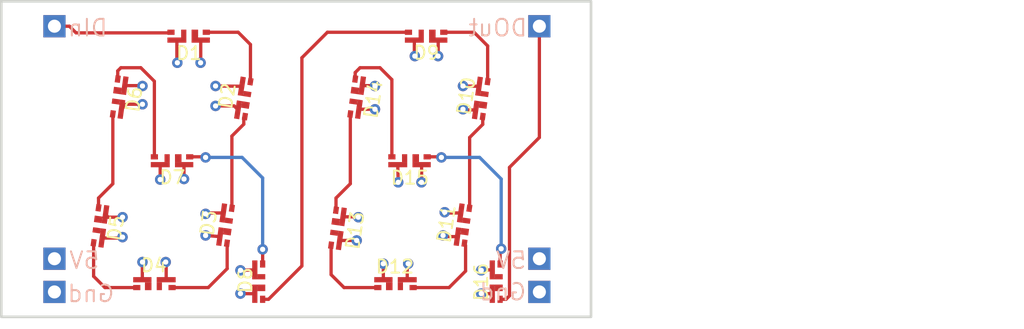
<source format=kicad_pcb>
(kicad_pcb (version 20240108) (generator "pcbnew") (generator_version "8.0")
  (layers (0 "F.Cu" signal) (1 "In1.Cu" power) (2 "In2.Cu" power) (31 "B.Cu" signal) (34 "B.Paste" user) (35 "F.Paste" user) (36 "B.SilkS" user "B.Silkscreen") (37 "F.SilkS" user "F.Silkscreen") (38 "B.Mask" user) (39 "F.Mask" user) (44 "Edge.Cuts" user))
  (net 0 "")
  (net 1 "GND")
  (net 2 "Net-(D1-DOUT)")
  (net 3 "unconnected-(D1-DIN-Pad3)")
  (net 4 "+5V")
  (net 5 "Net-(D2-DOUT)")
  (net 6 "Net-(D3-DOUT)")
  (net 7 "Net-(D4-DOUT)")
  (net 8 "Net-(D5-DOUT)")
  (net 9 "Net-(D6-DOUT)")
  (net 10 "Net-(D7-DOUT)")
  (net 11 "Net-(D8-DOUT)")
  (net 12 "Net-(D10-DIN)")
  (net 13 "Net-(D10-DOUT)")
  (net 14 "Net-(D11-DOUT)")
  (net 15 "Net-(D12-DOUT)")
  (net 16 "Net-(D13-DOUT)")
  (net 17 "Net-(D14-DOUT)")
  (net 18 "Net-(D15-DOUT)")
  (net 19 "unconnected-(D16-DOUT-Pad2)")
  (footprint "Custom Footprint Library:SK6812-EC3210F" (layer "F.Cu") (at 115.316 82.169 82)
    (property "Reference" "D11" (at -0.050986 -1.275315 82) (layer "F.SilkS"))
    (property "Value" "SK6812-EC3210F" (hide yes))
    (pad "1" smd rect (at -0.9 -0.3 262) (size 1.4 0.4) (layers "F.Cu" "F.Paste" "F.Mask") (net 1 "GND"))
    (pad "1" smd rect (at -0.45 0.2 262) (size 0.5 0.6) (layers "F.Cu" "F.Paste" "F.Mask") (net 1 "GND"))
    (pad "2" smd rect (at -1.325 0.3 262) (size 0.55 0.4) (layers "F.Cu" "F.Paste" "F.Mask") (net 14 "Net-(D11-DOUT)"))
    (pad "3" smd rect (at 1.375 0.3 262) (size 0.55 0.4) (layers "F.Cu" "F.Paste" "F.Mask") (net 13 "Net-(D10-DOUT)"))
    (pad "4" smd rect (at 0.4 0.2 262) (size 0.4 0.6) (layers "F.Cu" "F.Paste" "F.Mask") (net 4 "+5V"))
    (pad "4" smd rect (at 0.925 -0.3 262) (size 1.45 0.4) (layers "F.Cu" "F.Paste" "F.Mask") (net 4 "+5V"))
  )
  (footprint "Custom Footprint Library:SK6812-EC3210F" (layer "F.Cu") (at 111.252 77.216 180)
    (property "Reference" "D15" (at 0 -1.3 0) (layer "F.SilkS"))
    (property "Value" "SK6812-EC3210F" (hide yes))
    (pad "1" smd rect (at -0.9 -0.3) (size 1.4 0.4) (layers "F.Cu" "F.Paste" "F.Mask") (net 1 "GND"))
    (pad "1" smd rect (at -0.45 0.2) (size 0.5 0.6) (layers "F.Cu" "F.Paste" "F.Mask") (net 1 "GND"))
    (pad "2" smd rect (at -1.325 0.3) (size 0.55 0.4) (layers "F.Cu" "F.Paste" "F.Mask") (net 18 "Net-(D15-DOUT)"))
    (pad "3" smd rect (at 1.375 0.3) (size 0.55 0.4) (layers "F.Cu" "F.Paste" "F.Mask") (net 17 "Net-(D14-DOUT)"))
    (pad "4" smd rect (at 0.4 0.2) (size 0.4 0.6) (layers "F.Cu" "F.Paste" "F.Mask") (net 4 "+5V"))
    (pad "4" smd rect (at 0.925 -0.3) (size 1.45 0.4) (layers "F.Cu" "F.Paste" "F.Mask") (net 4 "+5V"))
  )
  (footprint "" (layer "F.Cu") (at 121.158 84.709)
    (property "Reference" "" (at 0 0 0) (layer "F.SilkS") (effects (font (size 1.27 1.27))))
    (property "Value" "" (at 0 0 0) (layer "F.SilkS") (effects (font (size 1.27 1.27))))
    (pad "1" thru_hole rect (at 0 0 180) (size 1.7 1.7) (drill 1) (layers "*.Cu" "*.Mask") (net 4 "+5V"))
  )
  (footprint "Custom Footprint Library:SK6812-EC3210F" (layer "F.Cu") (at 99.695 86.487 90)
    (property "Reference" "D8" (at 0.127 -1.016 90) (layer "F.SilkS"))
    (property "Value" "SK6812-EC3210F" (hide yes))
    (pad "1" smd rect (at -0.9 -0.3 270) (size 1.4 0.4) (layers "F.Cu" "F.Paste" "F.Mask") (net 1 "GND"))
    (pad "1" smd rect (at -0.45 0.2 270) (size 0.5 0.6) (layers "F.Cu" "F.Paste" "F.Mask") (net 1 "GND"))
    (pad "2" smd rect (at -1.325 0.3 270) (size 0.55 0.4) (layers "F.Cu" "F.Paste" "F.Mask") (net 11 "Net-(D8-DOUT)"))
    (pad "3" smd rect (at 1.375 0.3 270) (size 0.55 0.4) (layers "F.Cu" "F.Paste" "F.Mask") (net 10 "Net-(D7-DOUT)"))
    (pad "4" smd rect (at 0.4 0.2 270) (size 0.4 0.6) (layers "F.Cu" "F.Paste" "F.Mask") (net 4 "+5V"))
    (pad "4" smd rect (at 0.925 -0.3 270) (size 1.45 0.4) (layers "F.Cu" "F.Paste" "F.Mask") (net 4 "+5V"))
  )
  (footprint "Custom Footprint Library:SK6812-EC3210F" (layer "F.Cu") (at 89.027 72.321 -98)
    (property "Reference" "D6" (at 0.035018 -1.159154 82) (layer "F.SilkS"))
    (property "Value" "SK6812-EC3210F" (hide yes))
    (pad "1" smd rect (at -0.9 -0.3 82) (size 1.4 0.4) (layers "F.Cu" "F.Paste" "F.Mask") (net 1 "GND"))
    (pad "1" smd rect (at -0.45 0.2 82) (size 0.5 0.6) (layers "F.Cu" "F.Paste" "F.Mask") (net 1 "GND"))
    (pad "2" smd rect (at -1.325 0.3 82) (size 0.55 0.4) (layers "F.Cu" "F.Paste" "F.Mask") (net 9 "Net-(D6-DOUT)"))
    (pad "3" smd rect (at 1.375 0.3 82) (size 0.55 0.4) (layers "F.Cu" "F.Paste" "F.Mask") (net 8 "Net-(D5-DOUT)"))
    (pad "4" smd rect (at 0.4 0.2 82) (size 0.4 0.6) (layers "F.Cu" "F.Paste" "F.Mask") (net 4 "+5V"))
    (pad "4" smd rect (at 0.925 -0.3 82) (size 1.45 0.4) (layers "F.Cu" "F.Paste" "F.Mask") (net 4 "+5V"))
  )
  (footprint "Custom Footprint Library:SK6812-EC3210F" (layer "F.Cu") (at 93.091 77.216 180)
    (property "Reference" "D7" (at 0 -1.27 0) (layer "F.SilkS"))
    (property "Value" "SK6812-EC3210F" (hide yes))
    (pad "1" smd rect (at -0.9 -0.3) (size 1.4 0.4) (layers "F.Cu" "F.Paste" "F.Mask") (net 1 "GND"))
    (pad "1" smd rect (at -0.45 0.2) (size 0.5 0.6) (layers "F.Cu" "F.Paste" "F.Mask") (net 1 "GND"))
    (pad "2" smd rect (at -1.325 0.3) (size 0.55 0.4) (layers "F.Cu" "F.Paste" "F.Mask") (net 10 "Net-(D7-DOUT)"))
    (pad "3" smd rect (at 1.375 0.3) (size 0.55 0.4) (layers "F.Cu" "F.Paste" "F.Mask") (net 9 "Net-(D6-DOUT)"))
    (pad "4" smd rect (at 0.4 0.2) (size 0.4 0.6) (layers "F.Cu" "F.Paste" "F.Mask") (net 4 "+5V"))
    (pad "4" smd rect (at 0.925 -0.3) (size 1.45 0.4) (layers "F.Cu" "F.Paste" "F.Mask") (net 4 "+5V"))
  )
  (footprint "Custom Footprint Library:SK6812-EC3210F" (layer "F.Cu") (at 97.155 82.169 82)
    (property "Reference" "D3" (at 0.014286 -1.302683 82) (layer "F.SilkS"))
    (property "Value" "SK6812-EC3210F" (hide yes))
    (pad "1" smd rect (at -0.9 -0.3 262) (size 1.4 0.4) (layers "F.Cu" "F.Paste" "F.Mask") (net 1 "GND"))
    (pad "1" smd rect (at -0.45 0.2 262) (size 0.5 0.6) (layers "F.Cu" "F.Paste" "F.Mask") (net 1 "GND"))
    (pad "2" smd rect (at -1.325 0.3 262) (size 0.55 0.4) (layers "F.Cu" "F.Paste" "F.Mask") (net 6 "Net-(D3-DOUT)"))
    (pad "3" smd rect (at 1.375 0.3 262) (size 0.55 0.4) (layers "F.Cu" "F.Paste" "F.Mask") (net 5 "Net-(D2-DOUT)"))
    (pad "4" smd rect (at 0.4 0.2 262) (size 0.4 0.6) (layers "F.Cu" "F.Paste" "F.Mask") (net 4 "+5V"))
    (pad "4" smd rect (at 0.925 -0.3 262) (size 1.45 0.4) (layers "F.Cu" "F.Paste" "F.Mask") (net 4 "+5V"))
  )
  (footprint "" (layer "F.Cu") (at 121.158 66.929)
    (property "Reference" "" (at 0 0 0) (layer "F.SilkS") (effects (font (size 1.27 1.27))))
    (property "Value" "" (at 0 0 0) (layer "F.SilkS") (effects (font (size 1.27 1.27))))
    (pad "1" thru_hole rect (at 0 0 180) (size 1.7 1.7) (drill 1) (layers "*.Cu" "*.Mask") (net 19 "unconnected-(D16-DOUT-Pad2)"))
  )
  (footprint "" (layer "F.Cu") (at 121.158 87.249)
    (property "Reference" "" (at 0 0 0) (layer "F.SilkS") (effects (font (size 1.27 1.27))))
    (property "Value" "" (at 0 0 0) (layer "F.SilkS") (effects (font (size 1.27 1.27))))
    (pad "1" thru_hole rect (at 0 0 180) (size 1.7 1.7) (drill 1) (layers "*.Cu" "*.Mask") (net 1 "GND"))
  )
  (footprint "Custom Footprint Library:SK6812-EC3210F" (layer "F.Cu") (at 87.557 82.169 -98)
    (property "Reference" "D5" (at 0.024858 -1.231444 82) (layer "F.SilkS"))
    (property "Value" "SK6812-EC3210F" (hide yes))
    (pad "1" smd rect (at -0.9 -0.3 82) (size 1.4 0.4) (layers "F.Cu" "F.Paste" "F.Mask") (net 1 "GND"))
    (pad "1" smd rect (at -0.45 0.2 82) (size 0.5 0.6) (layers "F.Cu" "F.Paste" "F.Mask") (net 1 "GND"))
    (pad "2" smd rect (at -1.325 0.3 82) (size 0.55 0.4) (layers "F.Cu" "F.Paste" "F.Mask") (net 8 "Net-(D5-DOUT)"))
    (pad "3" smd rect (at 1.375 0.3 82) (size 0.55 0.4) (layers "F.Cu" "F.Paste" "F.Mask") (net 7 "Net-(D4-DOUT)"))
    (pad "4" smd rect (at 0.4 0.2 82) (size 0.4 0.6) (layers "F.Cu" "F.Paste" "F.Mask") (net 4 "+5V"))
    (pad "4" smd rect (at 0.925 -0.3 82) (size 1.45 0.4) (layers "F.Cu" "F.Paste" "F.Mask") (net 4 "+5V"))
  )
  (footprint "" (layer "F.Cu") (at 84.074 66.929)
    (property "Reference" "" (at 0 0 0) (layer "F.SilkS") (effects (font (size 1.27 1.27))))
    (property "Value" "" (at 0 0 0) (layer "F.SilkS") (effects (font (size 1.27 1.27))))
    (pad "1" thru_hole rect (at 0 0 180) (size 1.7 1.7) (drill 1) (layers "*.Cu" "*.Mask") (net 3 "unconnected-(D1-DIN-Pad3)"))
  )
  (footprint "Custom Footprint Library:SK6812-EC3210F" (layer "F.Cu") (at 116.713 72.481 82)
    (property "Reference" "D10" (at 0.056804 -1.162216 82) (layer "F.SilkS"))
    (property "Value" "SK6812-EC3210F" (hide yes))
    (pad "1" smd rect (at -0.9 -0.3 262) (size 1.4 0.4) (layers "F.Cu" "F.Paste" "F.Mask") (net 1 "GND"))
    (pad "1" smd rect (at -0.45 0.2 262) (size 0.5 0.6) (layers "F.Cu" "F.Paste" "F.Mask") (net 1 "GND"))
    (pad "2" smd rect (at -1.325 0.3 262) (size 0.55 0.4) (layers "F.Cu" "F.Paste" "F.Mask") (net 13 "Net-(D10-DOUT)"))
    (pad "3" smd rect (at 1.375 0.3 262) (size 0.55 0.4) (layers "F.Cu" "F.Paste" "F.Mask") (net 12 "Net-(D10-DIN)"))
    (pad "4" smd rect (at 0.4 0.2 262) (size 0.4 0.6) (layers "F.Cu" "F.Paste" "F.Mask") (net 4 "+5V"))
    (pad "4" smd rect (at 0.925 -0.3 262) (size 1.45 0.4) (layers "F.Cu" "F.Paste" "F.Mask") (net 4 "+5V"))
  )
  (footprint "Custom Footprint Library:SK6812-EC3210F" (layer "F.Cu") (at 91.694 86.614)
    (property "Reference" "D4" (at -0.019 -1.397 0) (layer "F.SilkS"))
    (property "Value" "SK6812-EC3210F" (hide yes))
    (pad "1" smd rect (at -0.9 -0.3 180) (size 1.4 0.4) (layers "F.Cu" "F.Paste" "F.Mask") (net 1 "GND"))
    (pad "1" smd rect (at -0.45 0.2 180) (size 0.5 0.6) (layers "F.Cu" "F.Paste" "F.Mask") (net 1 "GND"))
    (pad "2" smd rect (at -1.325 0.3 180) (size 0.55 0.4) (layers "F.Cu" "F.Paste" "F.Mask") (net 7 "Net-(D4-DOUT)"))
    (pad "3" smd rect (at 1.375 0.3 180) (size 0.55 0.4) (layers "F.Cu" "F.Paste" "F.Mask") (net 6 "Net-(D3-DOUT)"))
    (pad "4" smd rect (at 0.4 0.2 180) (size 0.4 0.6) (layers "F.Cu" "F.Paste" "F.Mask") (net 4 "+5V"))
    (pad "4" smd rect (at 0.925 -0.3 180) (size 1.45 0.4) (layers "F.Cu" "F.Paste" "F.Mask") (net 4 "+5V"))
  )
  (footprint "Custom Footprint Library:SK6812-EC3210F" (layer "F.Cu") (at 117.856 86.487 90)
    (property "Reference" "D16" (at 0 -1.143 90) (layer "F.SilkS"))
    (property "Value" "SK6812-EC3210F" (hide yes))
    (pad "1" smd rect (at -0.9 -0.3 270) (size 1.4 0.4) (layers "F.Cu" "F.Paste" "F.Mask") (net 1 "GND"))
    (pad "1" smd rect (at -0.45 0.2 270) (size 0.5 0.6) (layers "F.Cu" "F.Paste" "F.Mask") (net 1 "GND"))
    (pad "2" smd rect (at -1.325 0.3 270) (size 0.55 0.4) (layers "F.Cu" "F.Paste" "F.Mask") (net 19 "unconnected-(D16-DOUT-Pad2)"))
    (pad "3" smd rect (at 1.375 0.3 270) (size 0.55 0.4) (layers "F.Cu" "F.Paste" "F.Mask") (net 18 "Net-(D15-DOUT)"))
    (pad "4" smd rect (at 0.4 0.2 270) (size 0.4 0.6) (layers "F.Cu" "F.Paste" "F.Mask") (net 4 "+5V"))
    (pad "4" smd rect (at 0.925 -0.3 270) (size 1.45 0.4) (layers "F.Cu" "F.Paste" "F.Mask") (net 4 "+5V"))
  )
  (footprint "Custom Footprint Library:SK6812-EC3210F" (layer "F.Cu") (at 110.128 86.614)
    (property "Reference" "D12" (at -0.019 -1.3 0) (layer "F.SilkS"))
    (property "Value" "SK6812-EC3210F" (hide yes))
    (pad "1" smd rect (at -0.9 -0.3 180) (size 1.4 0.4) (layers "F.Cu" "F.Paste" "F.Mask") (net 1 "GND"))
    (pad "1" smd rect (at -0.45 0.2 180) (size 0.5 0.6) (layers "F.Cu" "F.Paste" "F.Mask") (net 1 "GND"))
    (pad "2" smd rect (at -1.325 0.3 180) (size 0.55 0.4) (layers "F.Cu" "F.Paste" "F.Mask") (net 15 "Net-(D12-DOUT)"))
    (pad "3" smd rect (at 1.375 0.3 180) (size 0.55 0.4) (layers "F.Cu" "F.Paste" "F.Mask") (net 14 "Net-(D11-DOUT)"))
    (pad "4" smd rect (at 0.4 0.2 180) (size 0.4 0.6) (layers "F.Cu" "F.Paste" "F.Mask") (net 4 "+5V"))
    (pad "4" smd rect (at 0.925 -0.3 180) (size 1.45 0.4) (layers "F.Cu" "F.Paste" "F.Mask") (net 4 "+5V"))
  )
  (footprint "Custom Footprint Library:SK6812-EC3210F" (layer "F.Cu") (at 98.552 72.481 81)
    (property "Reference" "D2" (at 0.016644 -1.288467 81) (layer "F.SilkS"))
    (property "Value" "SK6812-EC3210F" (hide yes))
    (pad "1" smd rect (at -0.9 -0.3 261) (size 1.4 0.4) (layers "F.Cu" "F.Paste" "F.Mask") (net 1 "GND"))
    (pad "1" smd rect (at -0.45 0.2 261) (size 0.5 0.6) (layers "F.Cu" "F.Paste" "F.Mask") (net 1 "GND"))
    (pad "2" smd rect (at -1.325 0.3 261) (size 0.55 0.4) (layers "F.Cu" "F.Paste" "F.Mask") (net 5 "Net-(D2-DOUT)"))
    (pad "3" smd rect (at 1.375 0.3 261) (size 0.55 0.4) (layers "F.Cu" "F.Paste" "F.Mask") (net 2 "Net-(D1-DOUT)"))
    (pad "4" smd rect (at 0.399999 0.2 261) (size 0.4 0.6) (layers "F.Cu" "F.Paste" "F.Mask") (net 4 "+5V"))
    (pad "4" smd rect (at 0.925 -0.3 261) (size 1.45 0.4) (layers "F.Cu" "F.Paste" "F.Mask") (net 4 "+5V"))
  )
  (footprint "Custom Footprint Library:SK6812-EC3210F" (layer "F.Cu") (at 112.522 67.691 180)
    (property "Reference" "D9" (at 0 -1.27 0) (layer "F.SilkS"))
    (property "Value" "SK6812-EC3210F" (hide yes))
    (pad "1" smd rect (at -0.9 -0.3) (size 1.4 0.4) (layers "F.Cu" "F.Paste" "F.Mask") (net 1 "GND"))
    (pad "1" smd rect (at -0.45 0.2) (size 0.5 0.6) (layers "F.Cu" "F.Paste" "F.Mask") (net 1 "GND"))
    (pad "2" smd rect (at -1.325 0.3) (size 0.55 0.4) (layers "F.Cu" "F.Paste" "F.Mask") (net 12 "Net-(D10-DIN)"))
    (pad "3" smd rect (at 1.375 0.3) (size 0.55 0.4) (layers "F.Cu" "F.Paste" "F.Mask") (net 11 "Net-(D8-DOUT)"))
    (pad "4" smd rect (at 0.4 0.2) (size 0.4 0.6) (layers "F.Cu" "F.Paste" "F.Mask") (net 4 "+5V"))
    (pad "4" smd rect (at 0.925 -0.3) (size 1.45 0.4) (layers "F.Cu" "F.Paste" "F.Mask") (net 4 "+5V"))
  )
  (footprint "Custom Footprint Library:SK6812-EC3210F" (layer "F.Cu") (at 107.188 72.321 -98)
    (property "Reference" "D14" (at 0.017343 -1.284918 82) (layer "F.SilkS"))
    (property "Value" "SK6812-EC3210F" (hide yes))
    (pad "1" smd rect (at -0.9 -0.3 82) (size 1.4 0.4) (layers "F.Cu" "F.Paste" "F.Mask") (net 1 "GND"))
    (pad "1" smd rect (at -0.45 0.2 82) (size 0.5 0.6) (layers "F.Cu" "F.Paste" "F.Mask") (net 1 "GND"))
    (pad "2" smd rect (at -1.325 0.3 82) (size 0.55 0.4) (layers "F.Cu" "F.Paste" "F.Mask") (net 17 "Net-(D14-DOUT)"))
    (pad "3" smd rect (at 1.375 0.3 82) (size 0.55 0.4) (layers "F.Cu" "F.Paste" "F.Mask") (net 16 "Net-(D13-DOUT)"))
    (pad "4" smd rect (at 0.4 0.2 82) (size 0.4 0.6) (layers "F.Cu" "F.Paste" "F.Mask") (net 4 "+5V"))
    (pad "4" smd rect (at 0.925 -0.3 82) (size 1.45 0.4) (layers "F.Cu" "F.Paste" "F.Mask") (net 4 "+5V"))
  )
  (footprint "Custom Footprint Library:SK6812-EC3210F" (layer "F.Cu") (at 105.718 82.354 -98)
    (property "Reference" "D13" (at 0.007183 -1.357208 82) (layer "F.SilkS"))
    (property "Value" "SK6812-EC3210F" (hide yes))
    (pad "1" smd rect (at -0.9 -0.3 82) (size 1.4 0.4) (layers "F.Cu" "F.Paste" "F.Mask") (net 1 "GND"))
    (pad "1" smd rect (at -0.45 0.2 82) (size 0.5 0.6) (layers "F.Cu" "F.Paste" "F.Mask") (net 1 "GND"))
    (pad "2" smd rect (at -1.325 0.3 82) (size 0.55 0.4) (layers "F.Cu" "F.Paste" "F.Mask") (net 16 "Net-(D13-DOUT)"))
    (pad "3" smd rect (at 1.375 0.3 82) (size 0.55 0.4) (layers "F.Cu" "F.Paste" "F.Mask") (net 15 "Net-(D12-DOUT)"))
    (pad "4" smd rect (at 0.4 0.2 82) (size 0.4 0.6) (layers "F.Cu" "F.Paste" "F.Mask") (net 4 "+5V"))
    (pad "4" smd rect (at 0.925 -0.3 82) (size 1.45 0.4) (layers "F.Cu" "F.Paste" "F.Mask") (net 4 "+5V"))
  )
  (footprint "Custom Footprint Library:SK6812-EC3210F" (layer "F.Cu") (at 94.361 67.691 180)
    (property "Reference" "D1" (at 0 -1.3 0) (layer "F.SilkS"))
    (property "Value" "SK6812-EC3210F" (hide yes))
    (pad "1" smd rect (at -0.9 -0.3) (size 1.4 0.4) (layers "F.Cu" "F.Paste" "F.Mask") (net 1 "GND"))
    (pad "1" smd rect (at -0.45 0.2) (size 0.5 0.6) (layers "F.Cu" "F.Paste" "F.Mask") (net 1 "GND"))
    (pad "2" smd rect (at -1.325 0.3) (size 0.55 0.4) (layers "F.Cu" "F.Paste" "F.Mask") (net 2 "Net-(D1-DOUT)"))
    (pad "3" smd rect (at 1.375 0.3) (size 0.55 0.4) (layers "F.Cu" "F.Paste" "F.Mask") (net 3 "unconnected-(D1-DIN-Pad3)"))
    (pad "4" smd rect (at 0.4 0.2) (size 0.4 0.6) (layers "F.Cu" "F.Paste" "F.Mask") (net 4 "+5V"))
    (pad "4" smd rect (at 0.925 -0.3) (size 1.45 0.4) (layers "F.Cu" "F.Paste" "F.Mask") (net 4 "+5V"))
  )
  (footprint "" (layer "B.Cu") (at 84.074 87.249 180)
    (property "Reference" "Gnd" (at -2.794 -0.127 0) (layer "B.SilkS") (effects (font (size 1.27 1.27)) (justify mirror)))
    (property "Value" "" (at 0 0 0) (layer "B.SilkS") (effects (font (size 1.27 1.27)) (justify mirror)))
    (pad "1" thru_hole rect (at 0 0 180) (size 1.7 1.7) (drill 1) (layers "*.Cu" "*.Mask") (net 1 "GND"))
  )
  (footprint "" (layer "B.Cu") (at 84.074 84.709 180)
    (property "Reference" "5V" (at -2.286 -0.127 0) (layer "B.SilkS") (effects (font (size 1.27 1.27)) (justify mirror)))
    (property "Value" "" (at 0 0 0) (layer "B.SilkS") (effects (font (size 1.27 1.27)) (justify mirror)))
    (pad "1" thru_hole rect (at 0 0 180) (size 1.7 1.7) (drill 1) (layers "*.Cu" "*.Mask") (net 4 "+5V"))
  )
  (gr_rect (start 80.01 65.024) (end 125.106 89.154) (stroke (width 0.2)) (fill none) (layer "Edge.Cuts"))
  (gr_text "5V" (at 118.999 84.836 0) (layer "B.SilkS") (effects (font (size 1.27 1.27)) (justify mirror)))
  (gr_text "Gnd" (at 118.364 87.249 0) (layer "B.SilkS") (effects (font (size 1.27 1.27)) (justify mirror)))
  (gr_text "DIn" (at 86.614 67.056 0) (layer "B.SilkS") (effects (font (size 1.27 1.27)) (justify mirror)))
  (gr_text "DOut" (at 117.983 67.056 0) (layer "B.SilkS") (effects (font (size 1.27 1.27)) (justify mirror)))
  (segment (start 114.893664 83.018489) (end 113.879489 83.018489) (width 0.25) (layer "F.Cu") (net 1))
  (segment (start 108.585 71.501) (end 108.458 71.501) (width 0.25) (layer "F.Cu") (net 1))
  (segment (start 90.834489 71.471511) (end 90.902511 71.471511) (width 0.25) (layer "F.Cu") (net 1))
  (segment (start 106.140336 81.504511) (end 107.285511 81.504511) (width 0.25) (layer "F.Cu") (net 1))
  (segment (start 117.556 87.387) (end 116.713 87.376) (width 0.25) (layer "F.Cu") (net 1))
  (segment (start 90.805 71.501) (end 90.834489 71.471511) (width 0.25) (layer "F.Cu") (net 1))
  (segment (start 112.152 77.516) (end 112.152 78.856) (width 0.25) (layer "F.Cu") (net 1))
  (segment (start 95.261 69.712) (end 95.25 69.723) (width 0.25) (layer "F.Cu") (net 1))
  (segment (start 107.610336 71.471511) (end 108.428511 71.471511) (width 0.25) (layer "F.Cu") (net 1))
  (segment (start 88.193825 81.534) (end 89.281 81.534) (width 0.25) (layer "F.Cu") (net 1))
  (segment (start 113.879489 83.018489) (end 113.792 82.931) (width 0.25) (layer "F.Cu") (net 1))
  (segment (start 90.775511 71.471511) (end 90.805 71.501) (width 0.25) (layer "F.Cu") (net 1))
  (segment (start 99.395 87.387) (end 98.298 87.376) (width 0.25) (layer "F.Cu") (net 1))
  (segment (start 107.285511 81.504511) (end 107.315 81.534) (width 0.25) (layer "F.Cu") (net 1))
  (segment (start 113.422 69.204) (end 113.411 69.215) (width 0.25) (layer "F.Cu") (net 1))
  (segment (start 95.261 67.991) (end 95.261 69.712) (width 0.25) (layer "F.Cu") (net 1))
  (segment (start 116.713 87.376) (end 116.724 87.387) (width 0.25) (layer "F.Cu") (net 1))
  (segment (start 113.422 67.991) (end 113.422 69.204) (width 0.25) (layer "F.Cu") (net 1))
  (segment (start 89.449336 71.471511) (end 90.775511 71.471511) (width 0.25) (layer "F.Cu") (net 1))
  (segment (start 93.98 77.527) (end 93.991 77.516) (width 0.25) (layer "F.Cu") (net 1))
  (segment (start 95.631 82.931) (end 95.591489 83.018489) (width 0.25) (layer "F.Cu") (net 1))
  (segment (start 97.816913 73.025) (end 96.393 73.025) (width 0.25) (layer "F.Cu") (net 1))
  (segment (start 96.732664 83.018489) (end 95.631 82.931) (width 0.25) (layer "F.Cu") (net 1))
  (segment (start 115.367489 73.330489) (end 115.316 73.279) (width 0.25) (layer "F.Cu") (net 1))
  (segment (start 116.290664 73.330489) (end 115.367489 73.330489) (width 0.25) (layer "F.Cu") (net 1))
  (segment (start 112.152 78.856) (end 112.141 78.867) (width 0.25) (layer "F.Cu") (net 1))
  (segment (start 90.794 86.314) (end 90.794 84.974) (width 0.25) (layer "F.Cu") (net 1))
  (segment (start 108.428511 71.471511) (end 108.585 71.501) (width 0.25) (layer "F.Cu") (net 1))
  (segment (start 98.114902 73.322989) (end 97.816913 73.025) (width 0.25) (layer "F.Cu") (net 1))
  (segment (start 93.98 78.613) (end 93.98 77.527) (width 0.25) (layer "F.Cu") (net 1))
  (segment (start 87.979336 81.319511) (end 88.193825 81.534) (width 0.25) (layer "F.Cu") (net 1))
  (segment (start 109.22 85.09) (end 109.228 85.098) (width 0.25) (layer "F.Cu") (net 1))
  (segment (start 90.794 84.974) (end 90.805 84.963) (width 0.25) (layer "F.Cu") (net 1))
  (segment (start 98.298 87.376) (end 98.309 87.387) (width 0.25) (layer "F.Cu") (net 1))
  (segment (start 109.228 86.314) (end 109.22 85.09) (width 0.25) (layer "F.Cu") (net 1))
  (via (at 113.411 69.215) (size 0.8) (drill 0.4) (layers "F.Cu" "B.Cu") (net 1))
  (via (at 93.98 78.613) (size 0.8) (drill 0.4) (layers "F.Cu" "B.Cu") (net 1))
  (via (at 95.631 82.931) (size 0.8) (drill 0.4) (layers "F.Cu" "B.Cu") (net 1))
  (via (at 89.281 81.534) (size 0.8) (drill 0.4) (layers "F.Cu" "B.Cu") (net 1))
  (via (at 96.393 73.025) (size 0.8) (drill 0.4) (layers "F.Cu" "B.Cu") (net 1))
  (via (at 109.22 85.09) (size 0.8) (drill 0.4) (layers "F.Cu" "B.Cu") (net 1))
  (via (at 107.315 81.534) (size 0.8) (drill 0.4) (layers "F.Cu" "B.Cu") (net 1))
  (via (at 113.792 82.931) (size 0.8) (drill 0.4) (layers "F.Cu" "B.Cu") (net 1))
  (via (at 90.805 71.501) (size 0.8) (drill 0.4) (layers "F.Cu" "B.Cu") (net 1))
  (via (at 112.141 78.867) (size 0.8) (drill 0.4) (layers "F.Cu" "B.Cu") (net 1))
  (via (at 95.25 69.723) (size 0.8) (drill 0.4) (layers "F.Cu" "B.Cu") (net 1))
  (via (at 108.585 71.501) (size 0.8) (drill 0.4) (layers "F.Cu" "B.Cu") (net 1))
  (via (at 116.713 87.376) (size 0.8) (drill 0.4) (layers "F.Cu" "B.Cu") (net 1))
  (via (at 115.316 73.279) (size 0.8) (drill 0.4) (layers "F.Cu" "B.Cu") (net 1))
  (via (at 98.298 87.376) (size 0.8) (drill 0.4) (layers "F.Cu" "B.Cu") (net 1))
  (via (at 90.805 84.963) (size 0.8) (drill 0.4) (layers "F.Cu" "B.Cu") (net 1))
  (segment (start 98.125 67.391) (end 99.063404 68.329404) (width 0.25) (layer "F.Cu") (net 2))
  (segment (start 99.063404 68.329404) (end 99.063404 71.169859) (width 0.25) (layer "F.Cu") (net 2))
  (segment (start 95.686 67.391) (end 98.125 67.391) (width 0.25) (layer "F.Cu") (net 2))
  (segment (start 85.725 67.437) (end 92.94 67.437) (width 0.25) (layer "F.Cu") (net 3))
  (segment (start 84.074 66.929) (end 85.217 66.929) (width 0.25) (layer "F.Cu") (net 3))
  (segment (start 85.217 66.929) (end 85.725 67.437) (width 0.25) (layer "F.Cu") (net 3))
  (segment (start 92.94 67.437) (end 92.986 67.391) (width 0.25) (layer "F.Cu") (net 3))
  (segment (start 110.363 78.867) (end 110.327 78.831) (width 0.25) (layer "F.Cu") (net 4))
  (segment (start 108.58475 73.27875) (end 108.585 73.279) (width 0.25) (layer "F.Cu") (net 4))
  (segment (start 111.597 69.052) (end 111.633 69.215) (width 0.25) (layer "F.Cu") (net 4))
  (segment (start 96.986655 81.21125) (end 95.69975 81.21125) (width 0.25) (layer "F.Cu") (net 4))
  (segment (start 111.633 69.215) (end 111.633 69.088) (width 0.25) (layer "F.Cu") (net 4))
  (segment (start 99.395 85.562) (end 98.298 85.598) (width 0.25) (layer "F.Cu") (net 4))
  (segment (start 89.576095 72.898) (end 90.805 72.898) (width 0.25) (layer "F.Cu") (net 4))
  (segment (start 98.400395 71.520458) (end 96.393 71.501) (width 0.25) (layer "F.Cu") (net 4))
  (segment (start 115.316 71.501) (end 115.33825 71.52325) (width 0.25) (layer "F.Cu") (net 4))
  (segment (start 92.160529 77.521471) (end 92.160529 78.654471) (width 0.25) (layer "F.Cu") (net 4))
  (segment (start 92.583 85.09) (end 92.583 84.963) (width 0.25) (layer "F.Cu") (net 4))
  (segment (start 107.356345 73.27875) (end 108.58475 73.27875) (width 0.25) (layer "F.Cu") (net 4))
  (segment (start 110.327 77.516) (end 110.363 78.867) (width 0.25) (layer "F.Cu") (net 4))
  (segment (start 87.725345 83.12675) (end 89.21225 83.12675) (width 0.25) (layer "F.Cu") (net 4))
  (segment (start 98.298 85.598) (end 98.334 85.562) (width 0.25) (layer "F.Cu") (net 4))
  (segment (start 107.188 83.312) (end 107.18775 83.31175) (width 0.25) (layer "F.Cu") (net 4))
  (segment (start 92.619 86.314) (end 92.619 85.054) (width 0.25) (layer "F.Cu") (net 4))
  (segment (start 115.147655 81.21125) (end 113.97725 81.21125) (width 0.25) (layer "F.Cu") (net 4))
  (segment (start 92.583 84.963) (end 92.71 84.963) (width 0.25) (layer "F.Cu") (net 4))
  (segment (start 92.71 84.963) (end 92.71 84.963) (width 0.25) (layer "F.Cu") (net 4))
  (segment (start 92.619 85.054) (end 92.583 85.09) (width 0.25) (layer "F.Cu") (net 4))
  (segment (start 89.195345 73.27875) (end 89.576095 72.898) (width 0.25) (layer "F.Cu") (net 4))
  (segment (start 89.21225 83.12675) (end 89.281 83.058) (width 0.25) (layer "F.Cu") (net 4))
  (segment (start 92.166 77.516) (end 92.160529 77.521471) (width 0.25) (layer "F.Cu") (net 4))
  (segment (start 113.97725 81.21125) (end 113.919 81.153) (width 0.25) (layer "F.Cu") (net 4))
  (segment (start 111.597 67.991) (end 111.597 69.052) (width 0.25) (layer "F.Cu") (net 4))
  (segment (start 117.556 85.562) (end 116.749 85.562) (width 0.25) (layer "F.Cu") (net 4))
  (segment (start 93.436 69.687) (end 93.472 69.723) (width 0.25) (layer "F.Cu") (net 4))
  (segment (start 96.393 71.501) (end 96.412458 71.520458) (width 0.25) (layer "F.Cu") (net 4))
  (segment (start 105.886345 83.31175) (end 107.188 83.312) (width 0.25) (layer "F.Cu") (net 4))
  (segment (start 116.544655 71.52325) (end 115.316 71.501) (width 0.25) (layer "F.Cu") (net 4))
  (segment (start 116.749 85.562) (end 116.713 85.598) (width 0.25) (layer "F.Cu") (net 4))
  (segment (start 93.436 67.991) (end 93.436 69.687) (width 0.25) (layer "F.Cu") (net 4))
  (segment (start 111.053 85.162) (end 111.125 85.09) (width 0.25) (layer "F.Cu") (net 4))
  (segment (start 95.69975 81.21125) (end 95.631 81.28) (width 0.25) (layer "F.Cu") (net 4))
  (segment (start 111.053 86.314) (end 111.053 85.162) (width 0.25) (layer "F.Cu") (net 4))
  (via (at 98.298 85.598) (size 0.8) (drill 0.4) (layers "F.Cu" "B.Cu") (net 4))
  (via (at 116.713 85.598) (size 0.8) (drill 0.4) (layers "F.Cu" "B.Cu") (net 4))
  (via (at 115.316 71.501) (size 0.8) (drill 0.4) (layers "F.Cu" "B.Cu") (net 4))
  (via (at 107.188 83.312) (size 0.8) (drill 0.4) (layers "F.Cu" "B.Cu") (net 4))
  (via (at 110.363 78.867) (size 0.8) (drill 0.4) (layers "F.Cu" "B.Cu") (net 4))
  (via (at 108.585 73.279) (size 0.8) (drill 0.4) (layers "F.Cu" "B.Cu") (net 4))
  (via (at 90.805 72.898) (size 0.8) (drill 0.4) (layers "F.Cu" "B.Cu") (net 4))
  (via (at 92.583 84.963) (size 0.8) (drill 0.4) (layers "F.Cu" "B.Cu") (net 4))
  (via (at 95.631 81.28) (size 0.8) (drill 0.4) (layers "F.Cu" "B.Cu") (net 4))
  (via (at 113.919 81.153) (size 0.8) (drill 0.4) (layers "F.Cu" "B.Cu") (net 4))
  (via (at 93.472 69.723) (size 0.8) (drill 0.4) (layers "F.Cu" "B.Cu") (net 4))
  (via (at 111.633 69.215) (size 0.8) (drill 0.4) (layers "F.Cu" "B.Cu") (net 4))
  (via (at 89.281 83.058) (size 0.8) (drill 0.4) (layers "F.Cu" "B.Cu") (net 4))
  (via (at 96.393 71.501) (size 0.8) (drill 0.4) (layers "F.Cu" "B.Cu") (net 4))
  (via (at 92.160529 78.654471) (size 0.8) (drill 0.4) (layers "F.Cu" "B.Cu") (net 4))
  (via (at 111.125 85.09) (size 0.8) (drill 0.4) (layers "F.Cu" "B.Cu") (net 4))
  (segment (start 98.552 74.422) (end 97.643443 75.330557) (width 0.25) (layer "F.Cu") (net 5))
  (segment (start 97.643443 75.330557) (end 97.643443 80.849133) (width 0.25) (layer "F.Cu") (net 5))
  (segment (start 98.552 73.925648) (end 98.552 74.422) (width 0.25) (layer "F.Cu") (net 5))
  (segment (start 98.641031 73.836617) (end 98.552 73.925648) (width 0.25) (layer "F.Cu") (net 5))
  (segment (start 97.282 85.471) (end 97.282 83.537181) (width 0.25) (layer "F.Cu") (net 6))
  (segment (start 95.839 86.914) (end 97.282 85.471) (width 0.25) (layer "F.Cu") (net 6))
  (segment (start 93.069 86.914) (end 95.839 86.914) (width 0.25) (layer "F.Cu") (net 6))
  (segment (start 97.282 83.537181) (end 97.267676 83.522857) (width 0.25) (layer "F.Cu") (net 6))
  (segment (start 87.93 86.914) (end 87.068557 86.052557) (width 0.25) (layer "F.Cu") (net 7))
  (segment (start 90.369 86.914) (end 87.93 86.914) (width 0.25) (layer "F.Cu") (net 7))
  (segment (start 87.068557 86.052557) (end 87.068557 83.488867) (width 0.25) (layer "F.Cu") (net 7))
  (segment (start 87.444324 80.068676) (end 88.538557 78.974443) (width 0.25) (layer "F.Cu") (net 8))
  (segment (start 87.444324 80.815143) (end 87.444324 80.068676) (width 0.25) (layer "F.Cu") (net 8))
  (segment (start 88.538557 78.974443) (end 88.538557 73.640867) (width 0.25) (layer "F.Cu") (net 8))
  (segment (start 89.154 70.104) (end 88.914324 70.343676) (width 0.25) (layer "F.Cu") (net 9))
  (segment (start 91.716 71.142) (end 90.678 70.104) (width 0.25) (layer "F.Cu") (net 9))
  (segment (start 90.678 70.104) (end 89.154 70.104) (width 0.25) (layer "F.Cu") (net 9))
  (segment (start 91.716 76.916) (end 91.716 71.142) (width 0.25) (layer "F.Cu") (net 9))
  (segment (start 88.914324 70.343676) (end 88.914324 70.967143) (width 0.25) (layer "F.Cu") (net 9))
  (segment (start 99.995 85.112) (end 99.995 83.993) (width 0.25) (layer "F.Cu") (net 10))
  (segment (start 95.631 76.962) (end 95.585 76.916) (width 0.25) (layer "F.Cu") (net 10))
  (segment (start 94.416 76.916) (end 95.585 76.916) (width 0.25) (layer "F.Cu") (net 10))
  (via (at 99.995 83.993) (size 0.8) (drill 0.4) (layers "F.Cu" "B.Cu") (net 10))
  (via (at 95.631 76.962) (size 0.8) (drill 0.4) (layers "F.Cu" "B.Cu") (net 10))
  (segment (start 99.995 78.532) (end 99.995 83.993) (width 0.25) (layer "B.Cu") (net 10))
  (segment (start 98.425 76.962) (end 99.995 78.532) (width 0.25) (layer "B.Cu") (net 10))
  (segment (start 95.631 76.962) (end 98.425 76.962) (width 0.25) (layer "B.Cu") (net 10))
  (segment (start 100.445 87.812) (end 102.997 85.26) (width 0.25) (layer "F.Cu") (net 11))
  (segment (start 104.948 67.391) (end 111.147 67.391) (width 0.25) (layer "F.Cu") (net 11))
  (segment (start 102.997 69.342) (end 104.948 67.391) (width 0.25) (layer "F.Cu") (net 11))
  (segment (start 102.997 85.26) (end 102.997 69.342) (width 0.25) (layer "F.Cu") (net 11))
  (segment (start 99.995 87.812) (end 100.445 87.812) (width 0.25) (layer "F.Cu") (net 11))
  (segment (start 116.159 67.391) (end 117.201443 68.433443) (width 0.25) (layer "F.Cu") (net 12))
  (segment (start 113.847 67.391) (end 116.159 67.391) (width 0.25) (layer "F.Cu") (net 12))
  (segment (start 117.201443 68.433443) (end 117.201443 71.161133) (width 0.25) (layer "F.Cu") (net 12))
  (segment (start 116.825676 74.436324) (end 115.824 75.438) (width 0.25) (layer "F.Cu") (net 13))
  (segment (start 115.824 80.829576) (end 115.804443 80.849133) (width 0.25) (layer "F.Cu") (net 13))
  (segment (start 116.825676 73.834857) (end 116.825676 74.436324) (width 0.25) (layer "F.Cu") (net 13))
  (segment (start 115.824 75.438) (end 115.824 80.829576) (width 0.25) (layer "F.Cu") (net 13))
  (segment (start 114.254 86.914) (end 115.514139 85.653861) (width 0.25) (layer "F.Cu") (net 14))
  (segment (start 115.514139 85.653861) (end 115.514139 83.679287) (width 0.25) (layer "F.Cu") (net 14))
  (segment (start 111.503 86.914) (end 114.254 86.914) (width 0.25) (layer "F.Cu") (net 14))
  (segment (start 105.229557 85.925557) (end 105.229557 83.673867) (width 0.25) (layer "F.Cu") (net 15))
  (segment (start 106.218 86.914) (end 105.229557 85.925557) (width 0.25) (layer "F.Cu") (net 15))
  (segment (start 108.803 86.914) (end 106.218 86.914) (width 0.25) (layer "F.Cu") (net 15))
  (segment (start 105.605324 81.000143) (end 105.605324 80.068676) (width 0.25) (layer "F.Cu") (net 16))
  (segment (start 106.699557 78.974443) (end 106.699557 73.640867) (width 0.25) (layer "F.Cu") (net 16))
  (segment (start 105.605324 80.068676) (end 106.699557 78.974443) (width 0.25) (layer "F.Cu") (net 16))
  (segment (start 108.966 70.104) (end 109.877 71.015) (width 0.25) (layer "F.Cu") (net 17))
  (segment (start 107.075324 70.470676) (end 107.442 70.104) (width 0.25) (layer "F.Cu") (net 17))
  (segment (start 107.442 70.104) (end 108.966 70.104) (width 0.25) (layer "F.Cu") (net 17))
  (segment (start 109.877 71.015) (end 109.877 76.916) (width 0.25) (layer "F.Cu") (net 17))
  (segment (start 107.075324 70.967143) (end 107.075324 70.470676) (width 0.25) (layer "F.Cu") (net 17))
  (segment (start 118.156 85.112) (end 118.156 84.028) (width 0.25) (layer "F.Cu") (net 18))
  (segment (start 112.577 76.916) (end 113.619 76.916) (width 0.25) (layer "F.Cu") (net 18))
  (segment (start 118.156 84.028) (end 118.237 83.947) (width 0.25) (layer "F.Cu") (net 18))
  (segment (start 113.619 76.916) (end 113.665 76.962) (width 0.25) (layer "F.Cu") (net 18))
  (via (at 118.237 83.947) (size 0.8) (drill 0.4) (layers "F.Cu" "B.Cu") (net 18))
  (via (at 113.665 76.962) (size 0.8) (drill 0.4) (layers "F.Cu" "B.Cu") (net 18))
  (segment (start 118.237 83.947) (end 118.237 78.613) (width 0.25) (layer "B.Cu") (net 18))
  (segment (start 118.237 78.613) (end 116.586 76.962) (width 0.25) (layer "B.Cu") (net 18))
  (segment (start 116.586 76.962) (end 113.665 76.962) (width 0.25) (layer "B.Cu") (net 18))
  (segment (start 118.872 87.546) (end 118.872 77.724) (width 0.25) (layer "F.Cu") (net 19))
  (segment (start 118.156 87.812) (end 118.606 87.812) (width 0.25) (layer "F.Cu") (net 19))
  (segment (start 121.158 75.438) (end 121.158 66.929) (width 0.25) (layer "F.Cu") (net 19))
  (segment (start 118.872 77.724) (end 121.158 75.438) (width 0.25) (layer "F.Cu") (net 19))
  (segment (start 118.606 87.812) (end 118.872 87.546) (width 0.25) (layer "F.Cu") (net 19))
)
</source>
